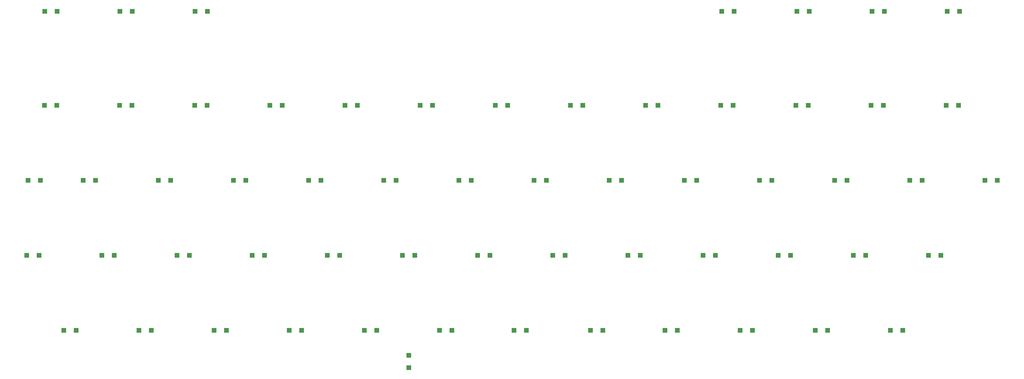
<source format=gbp>
%TF.GenerationSoftware,KiCad,Pcbnew,5.1.9-1.fc33*%
%TF.CreationDate,2021-02-28T14:37:16-05:00*%
%TF.ProjectId,3m_whisper,336d5f77-6869-4737-9065-722e6b696361,rev?*%
%TF.SameCoordinates,Original*%
%TF.FileFunction,Paste,Bot*%
%TF.FilePolarity,Positive*%
%FSLAX46Y46*%
G04 Gerber Fmt 4.6, Leading zero omitted, Abs format (unit mm)*
G04 Created by KiCad (PCBNEW 5.1.9-1.fc33) date 2021-02-28 14:37:16*
%MOMM*%
%LPD*%
G01*
G04 APERTURE LIST*
%ADD10R,1.200000X1.200000*%
G04 APERTURE END LIST*
D10*
%TO.C,D1*%
X118663500Y-95186500D03*
X121813500Y-95186500D03*
%TD*%
%TO.C,D2*%
X140863500Y-95186500D03*
X137713500Y-95186500D03*
%TD*%
%TO.C,D3*%
X156763500Y-95186500D03*
X159913500Y-95186500D03*
%TD*%
%TO.C,D4*%
X178963500Y-95186500D03*
X175813500Y-95186500D03*
%TD*%
%TO.C,D5*%
X194863500Y-95186500D03*
X198013500Y-95186500D03*
%TD*%
%TO.C,D6*%
X217063500Y-95186500D03*
X213913500Y-95186500D03*
%TD*%
%TO.C,D7*%
X232963500Y-95186500D03*
X236113500Y-95186500D03*
%TD*%
%TO.C,D8*%
X255163500Y-95186500D03*
X252013500Y-95186500D03*
%TD*%
%TO.C,D9*%
X271063500Y-95186500D03*
X274213500Y-95186500D03*
%TD*%
%TO.C,D10*%
X293263500Y-95186500D03*
X290113500Y-95186500D03*
%TD*%
%TO.C,D11*%
X309163500Y-95186500D03*
X312313500Y-95186500D03*
%TD*%
%TO.C,D12*%
X331363500Y-95186500D03*
X328213500Y-95186500D03*
%TD*%
%TO.C,D13*%
X347263500Y-95186500D03*
X350413500Y-95186500D03*
%TD*%
%TO.C,D14*%
X117679500Y-114236500D03*
X114529500Y-114236500D03*
%TD*%
%TO.C,D15*%
X131649500Y-114236500D03*
X128499500Y-114236500D03*
%TD*%
%TO.C,D16*%
X147549500Y-114236500D03*
X150699500Y-114236500D03*
%TD*%
%TO.C,D17*%
X169749500Y-114236500D03*
X166599500Y-114236500D03*
%TD*%
%TO.C,D18*%
X185649500Y-114236500D03*
X188799500Y-114236500D03*
%TD*%
%TO.C,D19*%
X207849500Y-114236500D03*
X204699500Y-114236500D03*
%TD*%
%TO.C,D20*%
X223749500Y-114236500D03*
X226899500Y-114236500D03*
%TD*%
%TO.C,D21*%
X245949500Y-114236500D03*
X242799500Y-114236500D03*
%TD*%
%TO.C,D22*%
X261849500Y-114236500D03*
X264999500Y-114236500D03*
%TD*%
%TO.C,D23*%
X284049500Y-114236500D03*
X280899500Y-114236500D03*
%TD*%
%TO.C,D24*%
X299949500Y-114236500D03*
X303099500Y-114236500D03*
%TD*%
%TO.C,D25*%
X322149500Y-114236500D03*
X318999500Y-114236500D03*
%TD*%
%TO.C,D26*%
X338049500Y-114236500D03*
X341199500Y-114236500D03*
%TD*%
%TO.C,D27*%
X117335500Y-133286500D03*
X114185500Y-133286500D03*
%TD*%
%TO.C,D28*%
X133235500Y-133286500D03*
X136385500Y-133286500D03*
%TD*%
%TO.C,D29*%
X155435500Y-133286500D03*
X152285500Y-133286500D03*
%TD*%
%TO.C,D30*%
X171335500Y-133286500D03*
X174485500Y-133286500D03*
%TD*%
%TO.C,D31*%
X190385500Y-133286500D03*
X193535500Y-133286500D03*
%TD*%
%TO.C,D32*%
X212585500Y-133286500D03*
X209435500Y-133286500D03*
%TD*%
%TO.C,D33*%
X231635500Y-133286500D03*
X228485500Y-133286500D03*
%TD*%
%TO.C,D34*%
X247535500Y-133286500D03*
X250685500Y-133286500D03*
%TD*%
%TO.C,D35*%
X269735500Y-133286500D03*
X266585500Y-133286500D03*
%TD*%
%TO.C,D36*%
X285635500Y-133286500D03*
X288785500Y-133286500D03*
%TD*%
%TO.C,D37*%
X307835500Y-133286500D03*
X304685500Y-133286500D03*
%TD*%
%TO.C,D38*%
X323735500Y-133286500D03*
X326885500Y-133286500D03*
%TD*%
%TO.C,D39*%
X345935500Y-133286500D03*
X342785500Y-133286500D03*
%TD*%
%TO.C,D40*%
X123583500Y-152336500D03*
X126733500Y-152336500D03*
%TD*%
%TO.C,D41*%
X145783500Y-152336500D03*
X142633500Y-152336500D03*
%TD*%
%TO.C,D42*%
X161683500Y-152336500D03*
X164833500Y-152336500D03*
%TD*%
%TO.C,D43*%
X183883500Y-152336500D03*
X180733500Y-152336500D03*
%TD*%
%TO.C,D44*%
X199783500Y-152336500D03*
X202933500Y-152336500D03*
%TD*%
%TO.C,D45*%
X218833500Y-152336500D03*
X221983500Y-152336500D03*
%TD*%
%TO.C,D46*%
X211010500Y-158635500D03*
X211010500Y-161785500D03*
%TD*%
%TO.C,D47*%
X240869500Y-152336500D03*
X237719500Y-152336500D03*
%TD*%
%TO.C,D48*%
X257097500Y-152336500D03*
X260247500Y-152336500D03*
%TD*%
%TO.C,D49*%
X279133500Y-152336500D03*
X275983500Y-152336500D03*
%TD*%
%TO.C,D50*%
X295033500Y-152336500D03*
X298183500Y-152336500D03*
%TD*%
%TO.C,D51*%
X317233500Y-152336500D03*
X314083500Y-152336500D03*
%TD*%
%TO.C,D52*%
X333133500Y-152336500D03*
X336283500Y-152336500D03*
%TD*%
%TO.C,D53*%
X121907500Y-71310500D03*
X118757500Y-71310500D03*
%TD*%
%TO.C,D54*%
X137807500Y-71310500D03*
X140957500Y-71310500D03*
%TD*%
%TO.C,D55*%
X160007500Y-71310500D03*
X156857500Y-71310500D03*
%TD*%
%TO.C,D56*%
X293517500Y-71310500D03*
X290367500Y-71310500D03*
%TD*%
%TO.C,D57*%
X309417500Y-71310500D03*
X312567500Y-71310500D03*
%TD*%
%TO.C,D58*%
X331617500Y-71310500D03*
X328467500Y-71310500D03*
%TD*%
%TO.C,D59*%
X347517500Y-71310500D03*
X350667500Y-71310500D03*
%TD*%
%TO.C,D60*%
X360249500Y-114236500D03*
X357099500Y-114236500D03*
%TD*%
M02*

</source>
